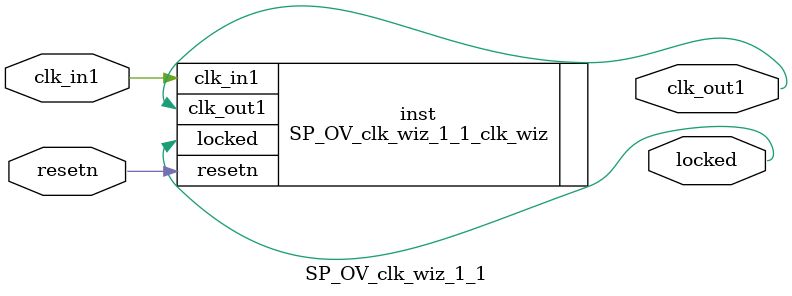
<source format=v>


`timescale 1ps/1ps

(* CORE_GENERATION_INFO = "SP_OV_clk_wiz_1_1,clk_wiz_v6_0_3_0_0,{component_name=SP_OV_clk_wiz_1_1,use_phase_alignment=true,use_min_o_jitter=false,use_max_i_jitter=false,use_dyn_phase_shift=false,use_inclk_switchover=false,use_dyn_reconfig=false,enable_axi=0,feedback_source=FDBK_AUTO,PRIMITIVE=MMCM,num_out_clk=1,clkin1_period=10.000,clkin2_period=10.000,use_power_down=false,use_reset=true,use_locked=true,use_inclk_stopped=false,feedback_type=SINGLE,CLOCK_MGR_TYPE=NA,manual_override=false}" *)

module SP_OV_clk_wiz_1_1 
 (
  // Clock out ports
  output        clk_out1,
  // Status and control signals
  input         resetn,
  output        locked,
 // Clock in ports
  input         clk_in1
 );

  SP_OV_clk_wiz_1_1_clk_wiz inst
  (
  // Clock out ports  
  .clk_out1(clk_out1),
  // Status and control signals               
  .resetn(resetn), 
  .locked(locked),
 // Clock in ports
  .clk_in1(clk_in1)
  );

endmodule

</source>
